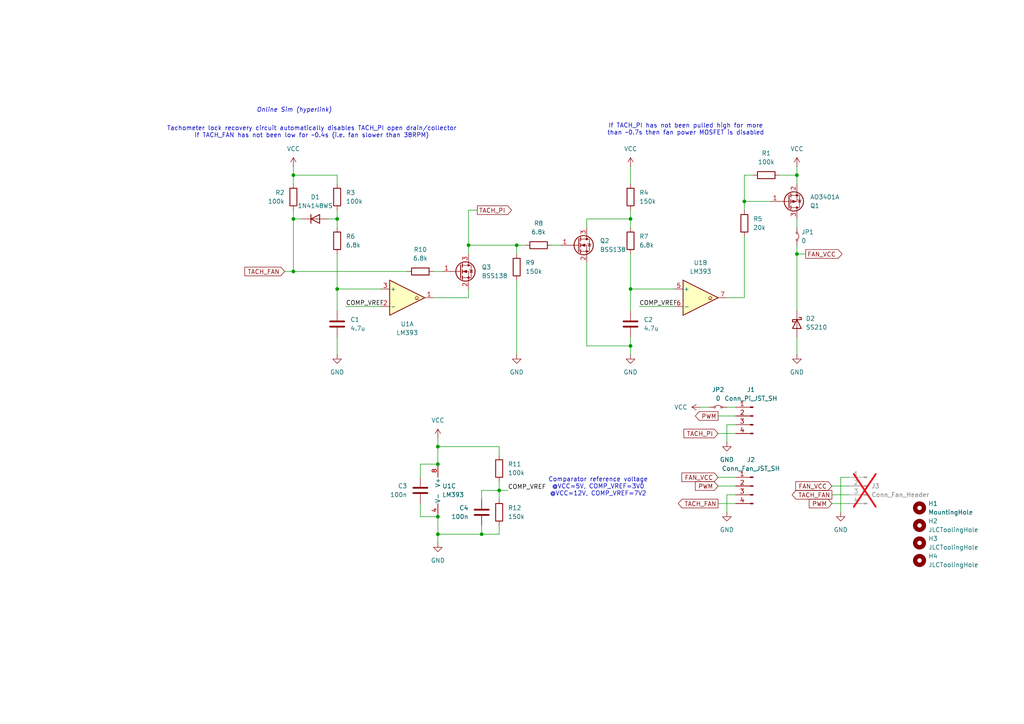
<source format=kicad_sch>
(kicad_sch (version 20231120) (generator "eeschema") (generator_version "8.0")
  (paper "A4")
  (lib_symbols
    (symbol "Comparator:LM393" (pin_names (offset 0.127))
      (property "Reference" "U" (at 3.81 3.81 0))
      (property "Value" "LM393" (at 6.35 -3.81 0))
      (symbol "LM393_1_1"
        (polyline (pts (xy -5.08 5.08) (xy 5.08 0) (xy -5.08 -5.08) (xy -5.08 5.08)) (stroke (width 0.254)) (fill (type background)))
        (polyline (pts (xy 3.302 -0.508) (xy 2.794 -0.508) (xy 3.302 0) (xy 2.794 0.508) (xy 2.286 0) (xy 2.794 -0.508) (xy 2.286 -0.508)) (stroke (width 0.127)))
        (pin open_collector line (at 7.62 0 180) (length 2.54) (name "~") (number "1"))
        (pin input line (at -7.62 -2.54 0) (length 2.54) (name "-") (number "2"))
        (pin input line (at -7.62 2.54 0) (length 2.54) (name "+") (number "3"))
      )
      (symbol "LM393_2_1"
        (polyline (pts (xy -5.08 5.08) (xy 5.08 0) (xy -5.08 -5.08) (xy -5.08 5.08)) (stroke (width 0.254)) (fill (type background)))
        (polyline (pts (xy 3.302 -0.508) (xy 2.794 -0.508) (xy 3.302 0) (xy 2.794 0.508) (xy 2.286 0) (xy 2.794 -0.508) (xy 2.286 -0.508)) (stroke (width 0.127)))
        (pin input line (at -7.62 2.54 0) (length 2.54) (name "+") (number "5"))
        (pin input line (at -7.62 -2.54 0) (length 2.54) (name "-") (number "6"))
        (pin open_collector line (at 7.62 0 180) (length 2.54) (name "~") (number "7"))
      )
      (symbol "LM393_3_1"
        (pin power_in line (at -2.54 -7.62 90) (length 3.81) (name "V-") (number "4"))
        (pin power_in line (at -2.54 7.62 270) (length 3.81) (name "V+") (number "8"))
      )
    )
    (symbol "Connector:Conn_01x04_Pin" (pin_names (offset 1.016) hide)
      (property "Reference" "J" (at 0 5.08 0))
      (property "Value" "Conn_01x04_Pin" (at 0 -7.62 0))
      (symbol "Conn_01x04_Pin_1_1"
        (polyline (pts (xy 1.27 -5.08) (xy 0.8636 -5.08)) (stroke (width 0.1524)))
        (polyline (pts (xy 1.27 -2.54) (xy 0.8636 -2.54)) (stroke (width 0.1524)))
        (polyline (pts (xy 1.27 0) (xy 0.8636 0)) (stroke (width 0.1524)))
        (polyline (pts (xy 1.27 2.54) (xy 0.8636 2.54)) (stroke (width 0.1524)))
        (rectangle (start 0.8636 -4.953) (end 0 -5.207) (stroke (width 0.1524)) (fill (type outline)))
        (rectangle (start 0.8636 -2.413) (end 0 -2.667) (stroke (width 0.1524)) (fill (type outline)))
        (rectangle (start 0.8636 0.127) (end 0 -0.127) (stroke (width 0.1524)) (fill (type outline)))
        (rectangle (start 0.8636 2.667) (end 0 2.413) (stroke (width 0.1524)) (fill (type outline)))
        (pin passive line (at 5.08 2.54 180) (length 3.81) (name "Pin_1") (number "1"))
        (pin passive line (at 5.08 0 180) (length 3.81) (name "Pin_2") (number "2"))
        (pin passive line (at 5.08 -2.54 180) (length 3.81) (name "Pin_3") (number "3"))
        (pin passive line (at 5.08 -5.08 180) (length 3.81) (name "Pin_4") (number "4"))
      )
    )
    (symbol "Device:C" (pin_numbers hide) (pin_names (offset 0.254))
      (property "Reference" "C" (at 0.635 2.54 0))
      (property "Value" "C" (at 0.635 -2.54 0))
      (symbol "C_0_1"
        (polyline (pts (xy -2.032 -0.762) (xy 2.032 -0.762)) (stroke (width 0.508)))
        (polyline (pts (xy -2.032 0.762) (xy 2.032 0.762)) (stroke (width 0.508)))
      )
      (symbol "C_1_1"
        (pin passive line (at 0 3.81 270) (length 2.794) (name "~") (number "1"))
        (pin passive line (at 0 -3.81 90) (length 2.794) (name "~") (number "2"))
      )
    )
    (symbol "Device:R" (pin_numbers hide) (pin_names (offset 0))
      (property "Reference" "R" (at 2.032 0 90))
      (property "Value" "R" (at 0 0 90))
      (symbol "R_0_1"
        (rectangle (start -1.016 -2.54) (end 1.016 2.54) (stroke (width 0.254)))
      )
      (symbol "R_1_1"
        (pin passive line (at 0 3.81 270) (length 1.27) (name "~") (number "1"))
        (pin passive line (at 0 -3.81 90) (length 1.27) (name "~") (number "2"))
      )
    )
    (symbol "Diode:1N4148WS" (pin_numbers hide) (pin_names hide)
      (property "Reference" "D" (at 0 2.54 0))
      (property "Value" "1N4148WS" (at 0 -2.54 0))
      (symbol "1N4148WS_0_1"
        (polyline (pts (xy -1.27 1.27) (xy -1.27 -1.27)) (stroke (width 0.254)))
        (polyline (pts (xy 1.27 0) (xy -1.27 0)))
        (polyline (pts (xy 1.27 1.27) (xy 1.27 -1.27) (xy -1.27 0) (xy 1.27 1.27)) (stroke (width 0.254)))
      )
      (symbol "1N4148WS_1_1"
        (pin passive line (at -3.81 0 0) (length 2.54) (name "K") (number "1"))
        (pin passive line (at 3.81 0 180) (length 2.54) (name "A") (number "2"))
      )
    )
    (symbol "Diode:SS210" (pin_numbers hide) (pin_names (offset 1.016) hide)
      (property "Reference" "D" (at 0 2.54 0))
      (property "Value" "SS210" (at 0 -2.54 0))
      (symbol "SS210_0_1"
        (polyline (pts (xy 1.27 0) (xy -1.27 0)))
        (polyline (pts (xy 1.27 1.27) (xy 1.27 -1.27) (xy -1.27 0) (xy 1.27 1.27)) (stroke (width 0.254)))
        (polyline (pts (xy -1.905 0.635) (xy -1.905 1.27) (xy -1.27 1.27) (xy -1.27 -1.27) (xy -0.635 -1.27) (xy -0.635 -0.635)) (stroke (width 0.254)))
      )
      (symbol "SS210_1_1"
        (pin passive line (at -3.81 0 0) (length 2.54) (name "K") (number "1"))
        (pin passive line (at 3.81 0 180) (length 2.54) (name "A") (number "2"))
      )
    )
    (symbol "Jumper:Jumper_2_Small_Bridged" (pin_numbers hide) (pin_names (offset 0) hide) (exclude_from_sim yes)
      (property "Reference" "JP" (at 0 2.032 0))
      (property "Value" "Jumper_2_Small_Bridged" (at 0 -2.286 0))
      (symbol "Jumper_2_Small_Bridged_0_0"
        (circle (center -1.016 0) (radius 0.254))
        (circle (center 1.016 0) (radius 0.254))
      )
      (symbol "Jumper_2_Small_Bridged_0_1"
        (arc (start 0.762 0.254) (mid 0 0.5696) (end -0.762 0.254))
      )
      (symbol "Jumper_2_Small_Bridged_1_1"
        (pin passive line (at -2.54 0 0) (length 1.27) (name "A") (number "1"))
        (pin passive line (at 2.54 0 180) (length 1.27) (name "B") (number "2"))
      )
    )
    (symbol "Mechanical:MountingHole" (pin_names (offset 1.016)) (exclude_from_sim yes) (in_bom no)
      (property "Reference" "H" (at 0 5.08 0))
      (property "Value" "MountingHole" (at 0 3.175 0))
      (symbol "MountingHole_0_1"
        (circle (center 0 0) (radius 1.27) (stroke (width 1.27)))
      )
    )
    (symbol "Transistor_FET:AO3401A" (pin_names hide)
      (property "Reference" "Q" (at 5.08 1.905 0))
      (property "Value" "AO3401A" (at 5.08 0 0))
      (symbol "AO3401A_0_1"
        (polyline (pts (xy 0.254 0) (xy -2.54 0)))
        (polyline (pts (xy 0.254 1.905) (xy 0.254 -1.905)) (stroke (width 0.254)))
        (polyline (pts (xy 0.762 -1.27) (xy 0.762 -2.286)) (stroke (width 0.254)))
        (polyline (pts (xy 0.762 0.508) (xy 0.762 -0.508)) (stroke (width 0.254)))
        (polyline (pts (xy 0.762 2.286) (xy 0.762 1.27)) (stroke (width 0.254)))
        (polyline (pts (xy 2.54 2.54) (xy 2.54 1.778)))
        (polyline (pts (xy 2.54 -2.54) (xy 2.54 0) (xy 0.762 0)))
        (polyline (pts (xy 0.762 1.778) (xy 3.302 1.778) (xy 3.302 -1.778) (xy 0.762 -1.778)))
        (polyline (pts (xy 2.286 0) (xy 1.27 0.381) (xy 1.27 -0.381) (xy 2.286 0)) (fill (type outline)))
        (polyline (pts (xy 2.794 -0.508) (xy 2.921 -0.381) (xy 3.683 -0.381) (xy 3.81 -0.254)))
        (polyline (pts (xy 3.302 -0.381) (xy 2.921 0.254) (xy 3.683 0.254) (xy 3.302 -0.381)))
        (circle (center 1.651 0) (radius 2.794) (stroke (width 0.254)))
        (circle (center 2.54 -1.778) (radius 0.254) (fill (type outline)))
        (circle (center 2.54 1.778) (radius 0.254) (fill (type outline)))
      )
      (symbol "AO3401A_1_1"
        (pin input line (at -5.08 0 0) (length 2.54) (name "G") (number "1"))
        (pin passive line (at 2.54 -5.08 90) (length 2.54) (name "S") (number "2"))
        (pin passive line (at 2.54 5.08 270) (length 2.54) (name "D") (number "3"))
      )
    )
    (symbol "Transistor_FET:BSS138" (pin_names hide)
      (property "Reference" "Q" (at 5.08 1.905 0))
      (property "Value" "BSS138" (at 5.08 0 0))
      (symbol "BSS138_0_1"
        (polyline (pts (xy 0.254 0) (xy -2.54 0)))
        (polyline (pts (xy 0.254 1.905) (xy 0.254 -1.905)) (stroke (width 0.254)))
        (polyline (pts (xy 0.762 -1.27) (xy 0.762 -2.286)) (stroke (width 0.254)))
        (polyline (pts (xy 0.762 0.508) (xy 0.762 -0.508)) (stroke (width 0.254)))
        (polyline (pts (xy 0.762 2.286) (xy 0.762 1.27)) (stroke (width 0.254)))
        (polyline (pts (xy 2.54 2.54) (xy 2.54 1.778)))
        (polyline (pts (xy 2.54 -2.54) (xy 2.54 0) (xy 0.762 0)))
        (polyline (pts (xy 0.762 -1.778) (xy 3.302 -1.778) (xy 3.302 1.778) (xy 0.762 1.778)))
        (polyline (pts (xy 1.016 0) (xy 2.032 0.381) (xy 2.032 -0.381) (xy 1.016 0)) (fill (type outline)))
        (polyline (pts (xy 2.794 0.508) (xy 2.921 0.381) (xy 3.683 0.381) (xy 3.81 0.254)))
        (polyline (pts (xy 3.302 0.381) (xy 2.921 -0.254) (xy 3.683 -0.254) (xy 3.302 0.381)))
        (circle (center 1.651 0) (radius 2.794) (stroke (width 0.254)))
        (circle (center 2.54 -1.778) (radius 0.254) (fill (type outline)))
        (circle (center 2.54 1.778) (radius 0.254) (fill (type outline)))
      )
      (symbol "BSS138_1_1"
        (pin input line (at -5.08 0 0) (length 2.54) (name "G") (number "1"))
        (pin passive line (at 2.54 -5.08 90) (length 2.54) (name "S") (number "2"))
        (pin passive line (at 2.54 5.08 270) (length 2.54) (name "D") (number "3"))
      )
    )
    (symbol "power:GND" (power) (pin_numbers hide) (pin_names (offset 0) hide)
      (property "Value" "GND" (at 0 -3.81 0))
      (symbol "GND_0_1"
        (polyline (pts (xy 0 0) (xy 0 -1.27) (xy 1.27 -1.27) (xy 0 -2.54) (xy -1.27 -1.27) (xy 0 -1.27)))
      )
      (symbol "GND_1_1"
        (pin power_in line (at 0 0 270) (length 0) (name "~") (number "1"))
      )
    )
    (symbol "power:VCC" (power) (pin_numbers hide) (pin_names (offset 0) hide)
      (property "Value" "VCC" (at 0 3.556 0))
      (symbol "VCC_0_1"
        (polyline (pts (xy -0.762 1.27) (xy 0 2.54)))
        (polyline (pts (xy 0 0) (xy 0 2.54)))
        (polyline (pts (xy 0 2.54) (xy 0.762 1.27)))
      )
      (symbol "VCC_1_1"
        (pin power_in line (at 0 0 90) (length 0) (name "~") (number "1"))
      )
    )
  )
  (junction (at 127 134.62))
  (junction (at 135.89 71.12))
  (junction (at 144.78 142.24))
  (junction (at 182.88 83.82))
  (junction (at 215.9 58.42))
  (junction (at 231.14 50.8))
  (junction (at 182.88 63.5))
  (junction (at 139.7 154.94))
  (junction (at 182.88 100.33))
  (junction (at 85.09 78.74))
  (junction (at 97.79 63.5))
  (junction (at 127 154.94))
  (junction (at 149.86 71.12))
  (junction (at 127 149.86))
  (junction (at 231.14 73.66))
  (junction (at 85.09 50.8))
  (junction (at 97.79 83.82))
  (junction (at 85.09 63.5))
  (junction (at 127 129.54))
  (wire (pts (xy 127 134.62) (xy 127 129.54)))
  (wire (pts (xy 144.78 129.54) (xy 144.78 132.08)))
  (wire (pts (xy 121.92 138.43) (xy 121.92 134.62)))
  (wire (pts (xy 203.2 118.11) (xy 205.74 118.11)))
  (wire (pts (xy 208.28 125.73) (xy 213.36 125.73)))
  (wire (pts (xy 231.14 50.8) (xy 231.14 53.34)))
  (wire (pts (xy 125.73 86.36) (xy 135.89 86.36)))
  (wire (pts (xy 241.3 140.97) (xy 246.38 140.97)))
  (wire (pts (xy 127 129.54) (xy 144.78 129.54)))
  (wire (pts (xy 243.84 138.43) (xy 246.38 138.43)))
  (wire (pts (xy 213.36 123.19) (xy 210.82 123.19)))
  (wire (pts (xy 215.9 50.8) (xy 218.44 50.8)))
  (wire (pts (xy 185.42 88.9) (xy 195.58 88.9)))
  (wire (pts (xy 97.79 102.87) (xy 97.79 97.79)))
  (wire (pts (xy 231.14 48.26) (xy 231.14 50.8)))
  (wire (pts (xy 152.4 71.12) (xy 149.86 71.12)))
  (wire (pts (xy 208.28 138.43) (xy 213.36 138.43)))
  (wire (pts (xy 85.09 63.5) (xy 85.09 60.96)))
  (wire (pts (xy 231.14 73.66) (xy 233.68 73.66)))
  (wire (pts (xy 139.7 144.78) (xy 139.7 142.24)))
  (wire (pts (xy 208.28 140.97) (xy 213.36 140.97)))
  (wire (pts (xy 182.88 83.82) (xy 195.58 83.82)))
  (wire (pts (xy 144.78 139.7) (xy 144.78 142.24)))
  (wire (pts (xy 144.78 154.94) (xy 144.78 152.4)))
  (wire (pts (xy 135.89 73.66) (xy 135.89 71.12)))
  (wire (pts (xy 182.88 73.66) (xy 182.88 83.82)))
  (wire (pts (xy 215.9 86.36) (xy 210.82 86.36)))
  (wire (pts (xy 215.9 58.42) (xy 215.9 60.96)))
  (wire (pts (xy 121.92 146.05) (xy 121.92 149.86)))
  (wire (pts (xy 231.14 71.12) (xy 231.14 73.66)))
  (wire (pts (xy 127 149.86) (xy 127 154.94)))
  (wire (pts (xy 82.55 78.74) (xy 85.09 78.74)))
  (wire (pts (xy 213.36 143.51) (xy 210.82 143.51)))
  (wire (pts (xy 210.82 118.11) (xy 213.36 118.11)))
  (wire (pts (xy 241.3 146.05) (xy 246.38 146.05)))
  (wire (pts (xy 210.82 123.19) (xy 210.82 128.27)))
  (wire (pts (xy 139.7 154.94) (xy 144.78 154.94)))
  (wire (pts (xy 135.89 86.36) (xy 135.89 83.82)))
  (wire (pts (xy 97.79 66.04) (xy 97.79 63.5)))
  (wire (pts (xy 215.9 68.58) (xy 215.9 86.36)))
  (wire (pts (xy 125.73 78.74) (xy 128.27 78.74)))
  (wire (pts (xy 231.14 73.66) (xy 231.14 90.17)))
  (wire (pts (xy 97.79 83.82) (xy 97.79 90.17)))
  (wire (pts (xy 97.79 63.5) (xy 97.79 60.96)))
  (wire (pts (xy 144.78 142.24) (xy 144.78 144.78)))
  (wire (pts (xy 138.43 60.96) (xy 135.89 60.96)))
  (wire (pts (xy 97.79 83.82) (xy 110.49 83.82)))
  (wire (pts (xy 144.78 142.24) (xy 147.32 142.24)))
  (wire (pts (xy 139.7 142.24) (xy 144.78 142.24)))
  (wire (pts (xy 149.86 102.87) (xy 149.86 81.28)))
  (wire (pts (xy 95.25 63.5) (xy 97.79 63.5)))
  (wire (pts (xy 85.09 78.74) (xy 118.11 78.74)))
  (wire (pts (xy 100.33 88.9) (xy 110.49 88.9)))
  (wire (pts (xy 139.7 152.4) (xy 139.7 154.94)))
  (wire (pts (xy 215.9 58.42) (xy 223.52 58.42)))
  (wire (pts (xy 127 154.94) (xy 127 157.48)))
  (wire (pts (xy 182.88 83.82) (xy 182.88 90.17)))
  (wire (pts (xy 241.3 143.51) (xy 246.38 143.51)))
  (wire (pts (xy 210.82 143.51) (xy 210.82 148.59)))
  (wire (pts (xy 182.88 102.87) (xy 182.88 100.33)))
  (wire (pts (xy 182.88 66.04) (xy 182.88 63.5)))
  (wire (pts (xy 85.09 48.26) (xy 85.09 50.8)))
  (wire (pts (xy 215.9 58.42) (xy 215.9 50.8)))
  (wire (pts (xy 243.84 138.43) (xy 243.84 148.59)))
  (wire (pts (xy 97.79 50.8) (xy 97.79 53.34)))
  (wire (pts (xy 170.18 100.33) (xy 170.18 76.2)))
  (wire (pts (xy 135.89 60.96) (xy 135.89 71.12)))
  (wire (pts (xy 87.63 63.5) (xy 85.09 63.5)))
  (wire (pts (xy 231.14 63.5) (xy 231.14 66.04)))
  (wire (pts (xy 149.86 71.12) (xy 135.89 71.12)))
  (wire (pts (xy 127 127) (xy 127 129.54)))
  (wire (pts (xy 208.28 120.65) (xy 213.36 120.65)))
  (wire (pts (xy 121.92 149.86) (xy 127 149.86)))
  (wire (pts (xy 231.14 97.79) (xy 231.14 102.87)))
  (wire (pts (xy 85.09 53.34) (xy 85.09 50.8)))
  (wire (pts (xy 170.18 63.5) (xy 182.88 63.5)))
  (wire (pts (xy 182.88 100.33) (xy 170.18 100.33)))
  (wire (pts (xy 162.56 71.12) (xy 160.02 71.12)))
  (wire (pts (xy 121.92 134.62) (xy 127 134.62)))
  (wire (pts (xy 85.09 50.8) (xy 97.79 50.8)))
  (wire (pts (xy 149.86 71.12) (xy 149.86 73.66)))
  (wire (pts (xy 208.28 146.05) (xy 213.36 146.05)))
  (wire (pts (xy 170.18 63.5) (xy 170.18 66.04)))
  (wire (pts (xy 182.88 48.26) (xy 182.88 53.34)))
  (wire (pts (xy 85.09 63.5) (xy 85.09 78.74)))
  (wire (pts (xy 226.06 50.8) (xy 231.14 50.8)))
  (wire (pts (xy 182.88 63.5) (xy 182.88 60.96)))
  (wire (pts (xy 97.79 73.66) (xy 97.79 83.82)))
  (wire (pts (xy 127 154.94) (xy 139.7 154.94)))
  (wire (pts (xy 182.88 100.33) (xy 182.88 97.79)))
  (text "Comparator reference voltage\n@VCC=5V, COMP_VREF=3V0\n@VCC=12V, COMP_VREF=7V2" (at 173.482 141.224 0) (effects (font (size 1.27 1.27))))
  (text "Online Sim (hyperlink)" (at 85.344 32.004 0) (effects (font (size 1.27 1.27) (italic yes))))
  (text "Tachometer lock recovery circuit automatically disables TACH_PI open drain/collector\nif TACH_FAN has not been low for ~0.4s (i.e. fan slower than 38RPM)\n" (at 90.424 38.354 0) (effects (font (size 1.27 1.27))))
  (text "If TACH_PI has not been pulled high for more\nthan ~0.7s then fan power MOSFET is disabled" (at 198.882 37.592 0) (effects (font (size 1.27 1.27))))
  (label "COMP_VREF" (at 100.33 88.9 0))
  (label "COMP_VREF" (at 185.42 88.9 0))
  (label "COMP_VREF" (at 147.32 142.24 0))
  (global_label "TACH_FAN" (shape output) (at 241.3 143.51 180) (property "Intersheetrefs" "${INTERSHEET_REFS}" (effects (hide yes))))
  (global_label "FAN_VCC" (shape input) (at 208.28 138.43 180) (property "Intersheetrefs" "${INTERSHEET_REFS}" (effects (hide yes))))
  (global_label "TACH_FAN" (shape output) (at 208.28 146.05 180) (property "Intersheetrefs" "${INTERSHEET_REFS}" (effects (hide yes))))
  (global_label "TACH_FAN" (shape input) (at 82.55 78.74 180) (property "Intersheetrefs" "${INTERSHEET_REFS}" (effects (hide yes))))
  (global_label "PWM" (shape input) (at 241.3 146.05 180) (property "Intersheetrefs" "${INTERSHEET_REFS}" (effects (hide yes))))
  (global_label "PWM" (shape output) (at 208.28 120.65 180) (property "Intersheetrefs" "${INTERSHEET_REFS}" (effects (hide yes))))
  (global_label "TACH_PI" (shape input) (at 208.28 125.73 180) (property "Intersheetrefs" "${INTERSHEET_REFS}" (effects (hide yes))))
  (global_label "FAN_VCC" (shape input) (at 241.3 140.97 180) (property "Intersheetrefs" "${INTERSHEET_REFS}" (effects (hide yes))))
  (global_label "PWM" (shape input) (at 208.28 140.97 180) (property "Intersheetrefs" "${INTERSHEET_REFS}" (effects (hide yes))))
  (global_label "TACH_PI" (shape output) (at 138.43 60.96 0) (property "Intersheetrefs" "${INTERSHEET_REFS}" (effects (hide yes))))
  (global_label "FAN_VCC" (shape output) (at 233.68 73.66 0) (property "Intersheetrefs" "${INTERSHEET_REFS}" (effects (hide yes))))
  (symbol (lib_id "Mechanical:MountingHole") (at 266.7 157.48 0) (unit 1) (exclude_from_sim yes) (in_bom no)
    (property "Reference" "H3" (at 269.24 156.2099 0) (effects (justify left)))
    (property "Value" "JLCToolingHole" (at 269.24 158.7499 0) (effects (justify left)))
    (property "Footprint" "cm5_io_board_fan_shutdown:JLC_Tooling_Hole" (effects (hide yes)))
    (property "Description" "Mounting Hole without connection" (effects (hide yes)))
  )
  (symbol (lib_id "Device:R") (at 144.78 135.89 0) (unit 1)
    (property "Reference" "R11" (at 147.32 134.6199 0) (effects (justify left)))
    (property "Value" "100k" (at 147.32 137.1599 0) (effects (justify left)))
    (property "Footprint" "Resistor_SMD:R_0603_1608Metric" (effects (hide yes)))
    (property "Description" "Resistor" (effects (hide yes)))
  )
  (symbol (lib_id "Connector:Conn_01x04_Pin") (at 218.44 140.97 0) (mirror y) (unit 1)
    (property "Reference" "J2" (at 217.805 133.35 0))
    (property "Value" "Conn_Fan_JST_SH" (at 217.805 135.89 0))
    (property "Footprint" "Connector_JST:JST_SH_BM04B-SRSS-TB_1x04-1MP_P1.00mm_Vertical" (effects (hide yes)))
    (property "Description" "Generic connector, single row, 01x04, script generated" (effects (hide yes)))
  )
  (symbol (lib_id "Comparator:LM393") (at 203.2 86.36 0) (unit 2)
    (property "Reference" "U1" (at 203.2 76.2 0))
    (property "Value" "LM393" (at 203.2 78.74 0))
    (property "Footprint" "Package_SO:SOIC-8_3.9x4.9mm_P1.27mm" (effects (hide yes)))
    (property "Datasheet" "http://www.ti.com/lit/ds/symlink/lm393.pdf" (effects (hide yes)))
    (property "Description" "Low-Power, Low-Offset Voltage, Dual Comparators, DIP-8/SOIC-8/TO-99-8" (effects (hide yes)))
  )
  (symbol (lib_id "power:GND") (at 182.88 102.87 0) (unit 1)
    (property "Reference" "#PWR06" (effects (hide yes)))
    (property "Value" "GND" (at 182.88 107.95 0))
    (property "Description" "Power symbol creates a global label with name \"GND\" , ground" (effects (hide yes)))
  )
  (symbol (lib_id "Device:R") (at 144.78 148.59 0) (unit 1)
    (property "Reference" "R12" (at 147.32 147.3199 0) (effects (justify left)))
    (property "Value" "150k" (at 147.32 149.8599 0) (effects (justify left)))
    (property "Footprint" "Resistor_SMD:R_0603_1608Metric" (effects (hide yes)))
    (property "Description" "Resistor" (effects (hide yes)))
  )
  (symbol (lib_id "Diode:1N4148WS") (at 91.44 63.5 0) (unit 1)
    (property "Reference" "D1" (at 91.44 57.15 0))
    (property "Value" "1N4148WS" (at 91.44 59.69 0))
    (property "Footprint" "Diode_SMD:D_SOD-323" (effects (hide yes)))
    (property "Datasheet" "https://www.vishay.com/docs/85751/1n4148ws.pdf" (effects (hide yes)))
    (property "Description" "75V 0.15A Fast switching Diode, SOD-323" (effects (hide yes)))
    (property "Sim.Device" "D" (effects (hide yes)))
    (property "Sim.Pins" "1=K 2=A" (effects (hide yes)))
  )
  (symbol (lib_id "Device:C") (at 139.7 148.59 0) (unit 1)
    (property "Reference" "C4" (at 135.89 147.3199 0) (effects (justify right)))
    (property "Value" "100n" (at 135.89 149.8599 0) (effects (justify right)))
    (property "Footprint" "Capacitor_SMD:C_0603_1608Metric" (effects (hide yes)))
    (property "Description" "Unpolarized capacitor" (effects (hide yes)))
  )
  (symbol (lib_id "Connector:Conn_01x04_Pin") (at 251.46 140.97 0) (mirror y) (unit 1) (dnp yes)
    (property "Reference" "J3" (at 252.73 140.9699 0) (effects (justify right)))
    (property "Value" "Conn_Fan_Header" (at 252.73 143.5099 0) (effects (justify right)))
    (property "Footprint" "Connector_PinHeader_2.54mm:PinHeader_1x04_P2.54mm_Vertical_SMD_Pin1Left" (effects (hide yes)))
    (property "Description" "Generic connector, single row, 01x04, script generated" (effects (hide yes)))
  )
  (symbol (lib_id "Device:R") (at 97.79 69.85 0) (unit 1)
    (property "Reference" "R6" (at 100.33 68.5799 0) (effects (justify left)))
    (property "Value" "6.8k" (at 100.33 71.1199 0) (effects (justify left)))
    (property "Footprint" "Resistor_SMD:R_0603_1608Metric" (effects (hide yes)))
    (property "Description" "Resistor" (effects (hide yes)))
  )
  (symbol (lib_id "power:VCC") (at 182.88 48.26 0) (unit 1)
    (property "Reference" "#PWR02" (effects (hide yes)))
    (property "Value" "VCC" (at 182.88 43.18 0))
    (property "Description" "Power symbol creates a global label with name \"VCC\"" (effects (hide yes)))
  )
  (symbol (lib_id "Mechanical:MountingHole") (at 266.7 147.32 0) (unit 1) (exclude_from_sim yes) (in_bom no)
    (property "Reference" "H1" (at 269.24 146.0499 0) (effects (justify left)))
    (property "Value" "MountingHole" (at 269.24 148.5899 0) (effects (justify left)))
    (property "Footprint" "MountingHole:MountingHole_2.7mm_M2.5_DIN965" (effects (hide yes)))
    (property "Description" "Mounting Hole without connection" (effects (hide yes)))
  )
  (symbol (lib_id "Device:R") (at 215.9 64.77 180) (unit 1)
    (property "Reference" "R5" (at 218.44 63.4999 0) (effects (justify right)))
    (property "Value" "20k" (at 218.44 66.0399 0) (effects (justify right)))
    (property "Footprint" "Resistor_SMD:R_0603_1608Metric" (effects (hide yes)))
    (property "Description" "Resistor" (effects (hide yes)))
  )
  (symbol (lib_id "power:VCC") (at 203.2 118.11 90) (unit 1)
    (property "Reference" "#PWR08" (effects (hide yes)))
    (property "Value" "VCC" (at 199.39 118.1099 90) (effects (justify left)))
    (property "Description" "Power symbol creates a global label with name \"VCC\"" (effects (hide yes)))
  )
  (symbol (lib_id "Device:R") (at 121.92 78.74 90) (unit 1)
    (property "Reference" "R10" (at 121.92 72.39 90))
    (property "Value" "6.8k" (at 121.92 74.93 90))
    (property "Footprint" "Resistor_SMD:R_0603_1608Metric" (effects (hide yes)))
    (property "Description" "Resistor" (effects (hide yes)))
  )
  (symbol (lib_id "Comparator:LM393") (at 129.54 142.24 0) (unit 3)
    (property "Reference" "U1" (at 128.27 140.9699 0) (effects (justify left)))
    (property "Value" "LM393" (at 128.27 143.5099 0) (effects (justify left)))
    (property "Footprint" "Package_SO:SOIC-8_3.9x4.9mm_P1.27mm" (effects (hide yes)))
    (property "Datasheet" "http://www.ti.com/lit/ds/symlink/lm393.pdf" (effects (hide yes)))
    (property "Description" "Low-Power, Low-Offset Voltage, Dual Comparators, DIP-8/SOIC-8/TO-99-8" (effects (hide yes)))
  )
  (symbol (lib_id "Jumper:Jumper_2_Small_Bridged") (at 231.14 68.58 270) (unit 1) (exclude_from_sim yes)
    (property "Reference" "JP1" (at 232.41 67.3099 90) (effects (justify left)))
    (property "Value" "0" (at 232.41 69.8499 90) (effects (justify left)))
    (property "Footprint" "Resistor_SMD:R_1206_3216Metric" (effects (hide yes)))
    (property "Description" "Jumper, 2-pole, small symbol, bridged" (effects (hide yes)))
  )
  (symbol (lib_id "power:VCC") (at 127 127 0) (unit 1)
    (property "Reference" "#PWR09" (effects (hide yes)))
    (property "Value" "VCC" (at 127 121.92 0))
    (property "Description" "Power symbol creates a global label with name \"VCC\"" (effects (hide yes)))
  )
  (symbol (lib_id "Device:R") (at 222.25 50.8 90) (unit 1)
    (property "Reference" "R1" (at 222.25 44.45 90))
    (property "Value" "100k" (at 222.25 46.99 90))
    (property "Footprint" "Resistor_SMD:R_0603_1608Metric" (effects (hide yes)))
    (property "Description" "Resistor" (effects (hide yes)))
  )
  (symbol (lib_id "Device:C") (at 182.88 93.98 0) (unit 1)
    (property "Reference" "C2" (at 186.69 92.7099 0) (effects (justify left)))
    (property "Value" "4.7u" (at 186.69 95.2499 0) (effects (justify left)))
    (property "Footprint" "Capacitor_SMD:C_0603_1608Metric" (effects (hide yes)))
    (property "Description" "Unpolarized capacitor" (effects (hide yes)))
  )
  (symbol (lib_id "power:GND") (at 210.82 148.59 0) (unit 1)
    (property "Reference" "#PWR011" (effects (hide yes)))
    (property "Value" "GND" (at 210.82 153.67 0))
    (property "Description" "Power symbol creates a global label with name \"GND\" , ground" (effects (hide yes)))
  )
  (symbol (lib_id "Jumper:Jumper_2_Small_Bridged") (at 208.28 118.11 0) (unit 1) (exclude_from_sim yes)
    (property "Reference" "JP2" (at 208.28 113.03 0))
    (property "Value" "0" (at 208.28 115.57 0))
    (property "Footprint" "Resistor_SMD:R_1206_3216Metric" (effects (hide yes)))
    (property "Description" "Jumper, 2-pole, small symbol, bridged" (effects (hide yes)))
  )
  (symbol (lib_id "power:GND") (at 231.14 102.87 0) (unit 1)
    (property "Reference" "#PWR07" (effects (hide yes)))
    (property "Value" "GND" (at 231.14 107.95 0))
    (property "Description" "Power symbol creates a global label with name \"GND\" , ground" (effects (hide yes)))
  )
  (symbol (lib_id "Device:R") (at 97.79 57.15 0) (unit 1)
    (property "Reference" "R3" (at 100.33 55.8799 0) (effects (justify left)))
    (property "Value" "100k" (at 100.33 58.4199 0) (effects (justify left)))
    (property "Footprint" "Resistor_SMD:R_0603_1608Metric" (effects (hide yes)))
    (property "Description" "Resistor" (effects (hide yes)))
  )
  (symbol (lib_id "power:GND") (at 97.79 102.87 0) (unit 1)
    (property "Reference" "#PWR04" (effects (hide yes)))
    (property "Value" "GND" (at 97.79 107.95 0))
    (property "Description" "Power symbol creates a global label with name \"GND\" , ground" (effects (hide yes)))
  )
  (symbol (lib_id "Transistor_FET:BSS138") (at 133.35 78.74 0) (unit 1)
    (property "Reference" "Q3" (at 139.7 77.4699 0) (effects (justify left)))
    (property "Value" "BSS138" (at 139.7 80.0099 0) (effects (justify left)))
    (property "Footprint" "Package_TO_SOT_SMD:SOT-23" (effects (hide yes)))
    (property "Datasheet" "https://www.onsemi.com/pub/Collateral/BSS138-D.PDF" (effects (hide yes)))
    (property "Description" "50V Vds, 0.22A Id, N-Channel MOSFET, SOT-23" (effects (hide yes)))
  )
  (symbol (lib_id "power:GND") (at 149.86 102.87 0) (unit 1)
    (property "Reference" "#PWR05" (effects (hide yes)))
    (property "Value" "GND" (at 149.86 107.95 0))
    (property "Description" "Power symbol creates a global label with name \"GND\" , ground" (effects (hide yes)))
  )
  (symbol (lib_id "Diode:SS210") (at 231.14 93.98 270) (unit 1)
    (property "Reference" "D2" (at 233.68 92.3924 90) (effects (justify left)))
    (property "Value" "SS210" (at 233.68 94.9324 90) (effects (justify left)))
    (property "Footprint" "Diode_SMD:D_SMA" (effects (hide yes)))
    (property "Datasheet" "https://www.wontop.com/uploadfiles/56/sort_excel/pdf/ss22.pdf" (effects (hide yes)))
    (property "Description" "100V 2A Schottky Diode, SMA" (effects (hide yes)))
  )
  (symbol (lib_id "Transistor_FET:BSS138") (at 167.64 71.12 0) (unit 1)
    (property "Reference" "Q2" (at 173.99 69.8499 0) (effects (justify left)))
    (property "Value" "BSS138" (at 173.99 72.3899 0) (effects (justify left)))
    (property "Footprint" "Package_TO_SOT_SMD:SOT-23" (effects (hide yes)))
    (property "Datasheet" "https://www.onsemi.com/pub/Collateral/BSS138-D.PDF" (effects (hide yes)))
    (property "Description" "50V Vds, 0.22A Id, N-Channel MOSFET, SOT-23" (effects (hide yes)))
  )
  (symbol (lib_id "Device:C") (at 121.92 142.24 0) (unit 1)
    (property "Reference" "C3" (at 118.11 140.9699 0) (effects (justify right)))
    (property "Value" "100n" (at 118.11 143.5099 0) (effects (justify right)))
    (property "Footprint" "Capacitor_SMD:C_0603_1608Metric" (effects (hide yes)))
    (property "Description" "Unpolarized capacitor" (effects (hide yes)))
  )
  (symbol (lib_id "Device:R") (at 182.88 57.15 0) (unit 1)
    (property "Reference" "R4" (at 185.42 55.8799 0) (effects (justify left)))
    (property "Value" "150k" (at 185.42 58.4199 0) (effects (justify left)))
    (property "Footprint" "Resistor_SMD:R_0603_1608Metric" (effects (hide yes)))
    (property "Description" "Resistor" (effects (hide yes)))
  )
  (symbol (lib_id "power:VCC") (at 85.09 48.26 0) (unit 1)
    (property "Reference" "#PWR01" (effects (hide yes)))
    (property "Value" "VCC" (at 85.09 43.18 0))
    (property "Description" "Power symbol creates a global label with name \"VCC\"" (effects (hide yes)))
  )
  (symbol (lib_id "Mechanical:MountingHole") (at 266.7 152.4 0) (unit 1) (exclude_from_sim yes) (in_bom no)
    (property "Reference" "H2" (at 269.24 151.1299 0) (effects (justify left)))
    (property "Value" "JLCToolingHole" (at 269.24 153.6699 0) (effects (justify left)))
    (property "Footprint" "cm5_io_board_fan_shutdown:JLC_Tooling_Hole" (effects (hide yes)))
    (property "Description" "Mounting Hole without connection" (effects (hide yes)))
  )
  (symbol (lib_id "Transistor_FET:AO3401A") (at 228.6 58.42 0) (mirror x) (unit 1)
    (property "Reference" "Q1" (at 234.95 59.6901 0) (effects (justify left)))
    (property "Value" "AO3401A" (at 234.95 57.1501 0) (effects (justify left)))
    (property "Footprint" "Package_TO_SOT_SMD:SOT-23" (effects (hide yes)))
    (property "Datasheet" "http://www.aosmd.com/pdfs/datasheet/AO3401A.pdf" (effects (hide yes)))
    (property "Description" "-4.0A Id, -30V Vds, P-Channel MOSFET, SOT-23" (effects (hide yes)))
  )
  (symbol (lib_id "Mechanical:MountingHole") (at 266.7 162.56 0) (unit 1) (exclude_from_sim yes) (in_bom no)
    (property "Reference" "H4" (at 269.24 161.2899 0) (effects (justify left)))
    (property "Value" "JLCToolingHole" (at 269.24 163.8299 0) (effects (justify left)))
    (property "Footprint" "cm5_io_board_fan_shutdown:JLC_Tooling_Hole" (effects (hide yes)))
    (property "Description" "Mounting Hole without connection" (effects (hide yes)))
  )
  (symbol (lib_id "Device:R") (at 85.09 57.15 0) (unit 1)
    (property "Reference" "R2" (at 82.55 55.8799 0) (effects (justify right)))
    (property "Value" "100k" (at 82.55 58.4199 0) (effects (justify right)))
    (property "Footprint" "Resistor_SMD:R_0603_1608Metric" (effects (hide yes)))
    (property "Description" "Resistor" (effects (hide yes)))
  )
  (symbol (lib_id "power:GND") (at 243.84 148.59 0) (unit 1)
    (property "Reference" "#PWR012" (effects (hide yes)))
    (property "Value" "GND" (at 243.84 153.67 0))
    (property "Description" "Power symbol creates a global label with name \"GND\" , ground" (effects (hide yes)))
  )
  (symbol (lib_id "power:VCC") (at 231.14 48.26 0) (unit 1)
    (property "Reference" "#PWR03" (effects (hide yes)))
    (property "Value" "VCC" (at 231.14 43.18 0))
    (property "Description" "Power symbol creates a global label with name \"VCC\"" (effects (hide yes)))
  )
  (symbol (lib_id "Device:R") (at 156.21 71.12 90) (unit 1)
    (property "Reference" "R8" (at 156.21 64.77 90))
    (property "Value" "6.8k" (at 156.21 67.31 90))
    (property "Footprint" "Resistor_SMD:R_0603_1608Metric" (effects (hide yes)))
    (property "Description" "Resistor" (effects (hide yes)))
  )
  (symbol (lib_id "Device:R") (at 149.86 77.47 180) (unit 1)
    (property "Reference" "R9" (at 152.4 76.1999 0) (effects (justify right)))
    (property "Value" "150k" (at 152.4 78.7399 0) (effects (justify right)))
    (property "Footprint" "Resistor_SMD:R_0603_1608Metric" (effects (hide yes)))
    (property "Description" "Resistor" (effects (hide yes)))
  )
  (symbol (lib_id "Comparator:LM393") (at 118.11 86.36 0) (unit 1)
    (property "Reference" "U1" (at 118.11 93.98 0))
    (property "Value" "LM393" (at 118.11 96.52 0))
    (property "Footprint" "Package_SO:SOIC-8_3.9x4.9mm_P1.27mm" (effects (hide yes)))
    (property "Datasheet" "http://www.ti.com/lit/ds/symlink/lm393.pdf" (effects (hide yes)))
    (property "Description" "Low-Power, Low-Offset Voltage, Dual Comparators, DIP-8/SOIC-8/TO-99-8" (effects (hide yes)))
  )
  (symbol (lib_id "Device:R") (at 182.88 69.85 0) (unit 1)
    (property "Reference" "R7" (at 185.42 68.5799 0) (effects (justify left)))
    (property "Value" "6.8k" (at 185.42 71.1199 0) (effects (justify left)))
    (property "Footprint" "Resistor_SMD:R_0603_1608Metric" (effects (hide yes)))
    (property "Description" "Resistor" (effects (hide yes)))
  )
  (symbol (lib_id "Connector:Conn_01x04_Pin") (at 218.44 120.65 0) (mirror y) (unit 1)
    (property "Reference" "J1" (at 217.805 113.03 0))
    (property "Value" "Conn_Pi_JST_SH" (at 217.805 115.57 0))
    (property "Footprint" "Connector_JST:JST_SH_BM04B-SRSS-TB_1x04-1MP_P1.00mm_Vertical" (effects (hide yes)))
    (property "Description" "Generic connector, single row, 01x04, script generated" (effects (hide yes)))
  )
  (symbol (lib_id "Device:C") (at 97.79 93.98 0) (unit 1)
    (property "Reference" "C1" (at 101.6 92.7099 0) (effects (justify left)))
    (property "Value" "4.7u" (at 101.6 95.2499 0) (effects (justify left)))
    (property "Footprint" "Capacitor_SMD:C_0603_1608Metric" (effects (hide yes)))
    (property "Description" "Unpolarized capacitor" (effects (hide yes)))
  )
  (symbol (lib_id "power:GND") (at 127 157.48 0) (unit 1)
    (property "Reference" "#PWR013" (effects (hide yes)))
    (property "Value" "GND" (at 127 162.56 0))
    (property "Description" "Power symbol creates a global label with name \"GND\" , ground" (effects (hide yes)))
  )
  (symbol (lib_id "power:GND") (at 210.82 128.27 0) (unit 1)
    (property "Reference" "#PWR010" (effects (hide yes)))
    (property "Value" "GND" (at 210.82 133.35 0))
    (property "Description" "Power symbol creates a global label with name \"GND\" , ground" (effects (hide yes)))
  )
)
</source>
